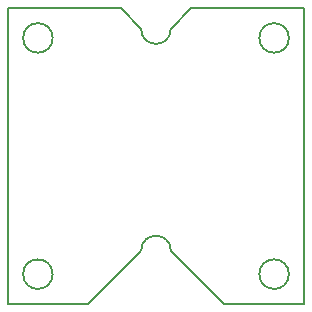
<source format=gbr>
%TF.GenerationSoftware,KiCad,Pcbnew,7.0.2*%
%TF.CreationDate,2023-07-22T23:42:46-04:00*%
%TF.ProjectId,encoder_go_v1_rev1,656e636f-6465-4725-9f67-6f5f76315f72,rev?*%
%TF.SameCoordinates,Original*%
%TF.FileFunction,Profile,NP*%
%FSLAX46Y46*%
G04 Gerber Fmt 4.6, Leading zero omitted, Abs format (unit mm)*
G04 Created by KiCad (PCBNEW 7.0.2) date 2023-07-22 23:42:46*
%MOMM*%
%LPD*%
G01*
G04 APERTURE LIST*
%TA.AperFunction,Profile*%
%ADD10C,0.150000*%
%TD*%
G04 APERTURE END LIST*
D10*
X148750000Y-108000000D02*
X144250000Y-112500000D01*
X137500000Y-87500000D02*
X147000000Y-87500000D01*
X148750000Y-89250000D02*
X147000000Y-87500000D01*
X141250000Y-110000000D02*
G75*
G03*
X141250000Y-110000000I-1250000J0D01*
G01*
X162500000Y-87500000D02*
X162500000Y-112500000D01*
X161250000Y-110000000D02*
G75*
G03*
X161250000Y-110000000I-1250000J0D01*
G01*
X151250000Y-108000000D02*
G75*
G03*
X148750000Y-108000000I-1250000J0D01*
G01*
X144250000Y-112500000D02*
X137500000Y-112500000D01*
X141250000Y-90000000D02*
G75*
G03*
X141250000Y-90000000I-1250000J0D01*
G01*
X153000000Y-87500000D02*
X162500000Y-87500000D01*
X148750000Y-89250000D02*
G75*
G03*
X151250000Y-89250000I1250000J0D01*
G01*
X151250000Y-89250000D02*
X153000000Y-87500000D01*
X162500000Y-112500000D02*
X155750000Y-112500000D01*
X151250000Y-108000000D02*
X155750000Y-112500000D01*
X137500000Y-112500000D02*
X137500000Y-87500000D01*
X161250000Y-90000000D02*
G75*
G03*
X161250000Y-90000000I-1250000J0D01*
G01*
M02*

</source>
